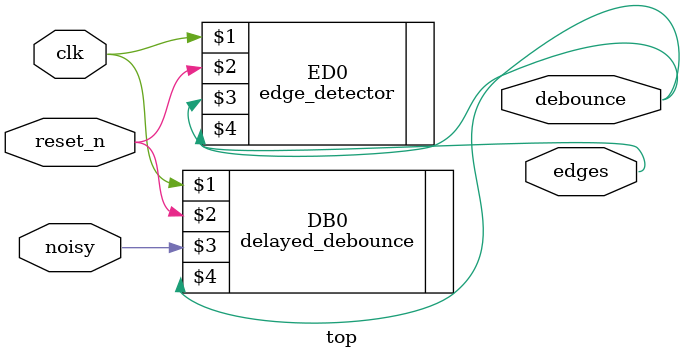
<source format=v>
module top(
input clk, reset_n, noisy,
output debounce, edges
);

edge_detector ED0 (clk, reset_n, debounce, edges);
delayed_debounce DB0 (clk, reset_n, noisy, debounce);

endmodule
</source>
